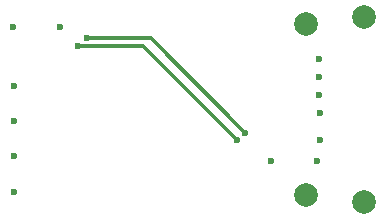
<source format=gbr>
%TF.GenerationSoftware,KiCad,Pcbnew,8.0.2*%
%TF.CreationDate,2024-06-01T15:43:32+01:00*%
%TF.ProjectId,hdmi-csi,68646d69-2d63-4736-992e-6b696361645f,rev?*%
%TF.SameCoordinates,Original*%
%TF.FileFunction,Copper,L4,Bot*%
%TF.FilePolarity,Positive*%
%FSLAX46Y46*%
G04 Gerber Fmt 4.6, Leading zero omitted, Abs format (unit mm)*
G04 Created by KiCad (PCBNEW 8.0.2) date 2024-06-01 15:43:32*
%MOMM*%
%LPD*%
G01*
G04 APERTURE LIST*
%TA.AperFunction,ComponentPad*%
%ADD10C,2.000000*%
%TD*%
%TA.AperFunction,ViaPad*%
%ADD11C,0.600000*%
%TD*%
%TA.AperFunction,Conductor*%
%ADD12C,0.300000*%
%TD*%
G04 APERTURE END LIST*
D10*
%TO.P,CN1,20,EH*%
%TO.N,GND*%
X184950000Y-76850000D03*
X180050000Y-76250000D03*
X180050000Y-61750000D03*
X184950000Y-61150000D03*
%TD*%
D11*
%TO.N,GND*%
X181100000Y-64750000D03*
X181125000Y-66275000D03*
X181150000Y-67775000D03*
X181200000Y-69300000D03*
X181200000Y-71600000D03*
%TO.N,+3.3V*%
X177100000Y-73400000D03*
X181000000Y-73400000D03*
%TO.N,/CAM_SDA*%
X174900000Y-71000000D03*
X161500000Y-63000000D03*
%TO.N,/CAM_SCL*%
X174200000Y-71600000D03*
X160700000Y-63671750D03*
%TO.N,GND*%
X155300000Y-73000000D03*
X155300000Y-67000000D03*
X155300000Y-70000000D03*
%TO.N,+3.3V*%
X155200000Y-62000000D03*
X159200000Y-62000000D03*
%TO.N,GND*%
X155300000Y-76000000D03*
%TD*%
D12*
%TO.N,/CAM_SDA*%
X161500000Y-63000000D02*
X166900000Y-63000000D01*
X166900000Y-63000000D02*
X174900000Y-71000000D01*
%TO.N,/CAM_SCL*%
X160700000Y-63671750D02*
X166271750Y-63671750D01*
X166271750Y-63671750D02*
X174200000Y-71600000D01*
%TD*%
M02*

</source>
